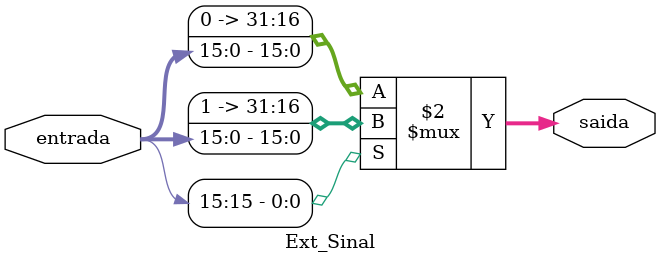
<source format=v>
module Ext_Sinal (entrada,saida);
  input [15:0]entrada;
  output [31:0]saida;
  assign saida = (entrada[15] == 0) ? {16'b0000000000000000, entrada} : {16'b1111111111111111, entrada};
endmodule //Ext_Sinal

</source>
